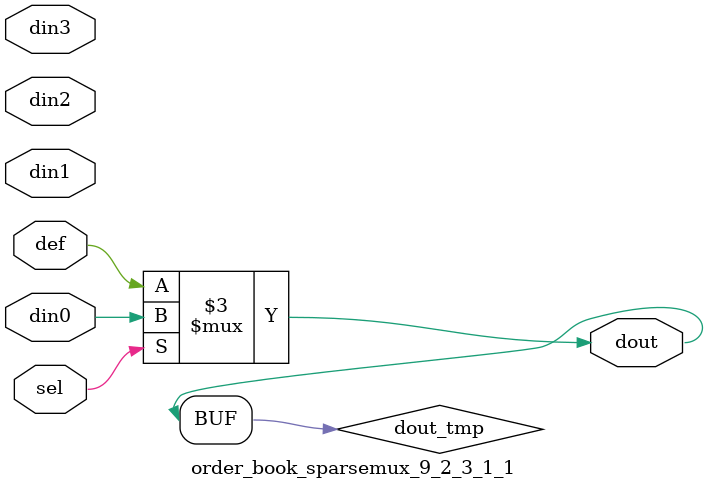
<source format=v>
`timescale 1ns / 1ps

module order_book_sparsemux_9_2_3_1_1 (din0,din1,din2,din3,def,sel,dout);

parameter din0_WIDTH = 1;

parameter din1_WIDTH = 1;

parameter din2_WIDTH = 1;

parameter din3_WIDTH = 1;

parameter def_WIDTH = 1;
parameter sel_WIDTH = 1;
parameter dout_WIDTH = 1;

parameter [sel_WIDTH-1:0] CASE0 = 1;

parameter [sel_WIDTH-1:0] CASE1 = 1;

parameter [sel_WIDTH-1:0] CASE2 = 1;

parameter [sel_WIDTH-1:0] CASE3 = 1;

parameter ID = 1;
parameter NUM_STAGE = 1;



input [din0_WIDTH-1:0] din0;

input [din1_WIDTH-1:0] din1;

input [din2_WIDTH-1:0] din2;

input [din3_WIDTH-1:0] din3;

input [def_WIDTH-1:0] def;
input [sel_WIDTH-1:0] sel;

output [dout_WIDTH-1:0] dout;



reg [dout_WIDTH-1:0] dout_tmp;


always @ (*) begin
(* parallel_case *) case (sel)
    
    CASE0 : dout_tmp = din0;
    
    CASE1 : dout_tmp = din1;
    
    CASE2 : dout_tmp = din2;
    
    CASE3 : dout_tmp = din3;
    
    default : dout_tmp = def;
endcase
end


assign dout = dout_tmp;



endmodule

</source>
